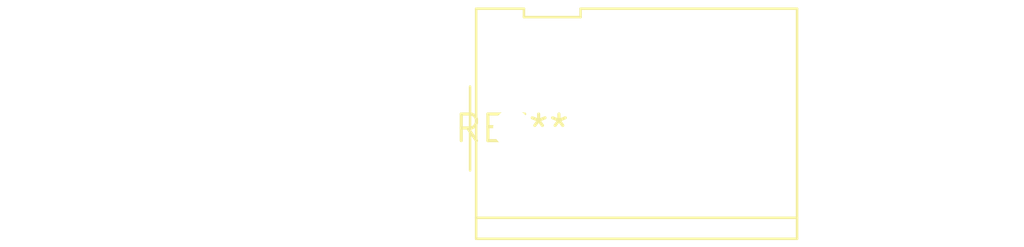
<source format=kicad_pcb>
(kicad_pcb (version 20240108) (generator pcbnew)
  (layers (0 "F.Cu" signal) (31 "B.Cu" signal) (34 "B.Paste" user) (35 "F.Paste" user) (36 "B.SilkS" user "B.Silkscreen") (37 "F.SilkS" user "F.Silkscreen") (38 "B.Mask" user) (39 "F.Mask" user) (44 "Edge.Cuts" user))
  (net 0 "")
  (footprint "Molex_KK-396_5273-04A_1x04_P3.96mm_Vertical" (layer "F.Cu") (at 0 0)
    (property "Reference" "REF**")
    (property "Value" "Molex_KK-396_5273-04A_1x04_P3.96mm_Vertical")
    (fp_line (start -2 -2) (end -2 2) (layer "F.SilkS") (stroke (width 0.12)))
    (fp_line (start -1.71 -5.71) (end 0.57 -5.71) (layer "F.SilkS") (stroke (width 0.12)))
    (fp_line (start -1.71 4.26) (end -1.71 -5.71) (layer "F.SilkS") (stroke (width 0.12)))
    (fp_line (start -1.71 4.26) (end 13.59 4.26) (layer "F.SilkS") (stroke (width 0.12)))
    (fp_line (start -1.71 5.26) (end -1.71 4.26) (layer "F.SilkS") (stroke (width 0.12)))
    (fp_line (start 0.57 -5.71) (end 0.57 -5.31) (layer "F.SilkS") (stroke (width 0.12)))
    (fp_line (start 0.57 -5.31) (end 3.27 -5.31) (layer "F.SilkS") (stroke (width 0.12)))
    (fp_line (start 3.27 -5.71) (end 13.59 -5.71) (layer "F.SilkS") (stroke (width 0.12)))
    (fp_line (start 3.27 -5.31) (end 3.27 -5.71) (layer "F.SilkS") (stroke (width 0.12)))
    (fp_line (start 13.59 -5.71) (end 13.59 5.26) (layer "F.SilkS") (stroke (width 0.12)))
    (fp_line (start 13.59 5.26) (end -1.71 5.26) (layer "F.SilkS") (stroke (width 0.12)))
    (pad "1" thru_hole roundrect (at 0 0) (size 3.16 4.2) (drill 1.8) (layers *.Cu *.Mask) (remove_unused_layers) (roundrect_rratio 0.079114))
    (pad "2" thru_hole oval (at 3.96 0) (size 3.16 4.2) (drill 1.8) (layers *.Cu *.Mask) (remove_unused_layers))
    (pad "3" thru_hole oval (at 7.92 0) (size 3.16 4.2) (drill 1.8) (layers *.Cu *.Mask) (remove_unused_layers))
    (pad "4" thru_hole oval (at 11.88 0) (size 3.16 4.2) (drill 1.8) (layers *.Cu *.Mask) (remove_unused_layers))
  )
)
</source>
